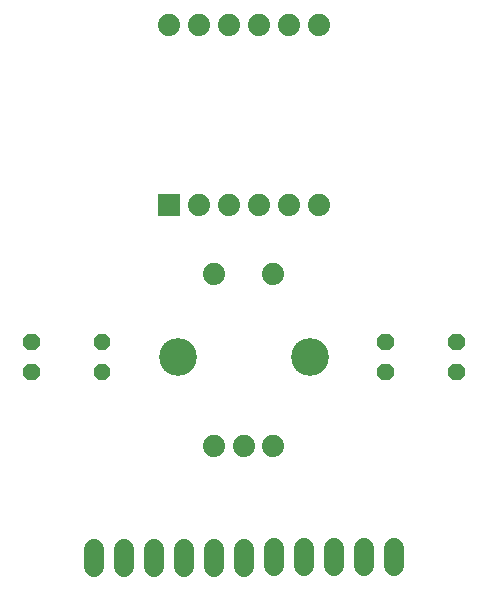
<source format=gts>
G04 Layer: TopSolderMaskLayer*
G04 EasyEDA v6.3.53, 2020-06-23T07:41:06+03:00*
G04 4e036cd5b3af43a69be22f5d7a7580e5,e8986612fe13436f8f5b72e5f572de6a,10*
G04 Gerber Generator version 0.2*
G04 Scale: 100 percent, Rotated: No, Reflected: No *
G04 Dimensions in inches *
G04 leading zeros omitted , absolute positions ,2 integer and 4 decimal *
%FSLAX24Y24*%
%MOIN*%
G90*
G70D02*

%ADD24C,0.068000*%
%ADD25C,0.074000*%
%ADD26C,0.126110*%

%LPD*%
G54D24*
G01X9842Y881D02*
G01X9842Y1481D01*
G01X8842Y881D02*
G01X8842Y1481D01*
G01X7842Y881D02*
G01X7842Y1481D01*
G01X6842Y881D02*
G01X6842Y1481D01*
G01X5842Y881D02*
G01X5842Y1481D01*
G01X4842Y881D02*
G01X4842Y1481D01*
G01X14845Y893D02*
G01X14845Y1493D01*
G01X13845Y893D02*
G01X13845Y1493D01*
G01X12845Y893D02*
G01X12845Y1493D01*
G01X11845Y893D02*
G01X11845Y1493D01*
G01X10845Y893D02*
G01X10845Y1493D01*
G54D25*
G01X8858Y4921D03*
G01X9842Y4921D03*
G01X10826Y4921D03*
G01X10826Y10629D03*
G01X8858Y10629D03*
G54D26*
G01X7637Y7873D03*
G01X12047Y7873D03*
G36*
G01X6973Y12575D02*
G01X6973Y13315D01*
G01X7712Y13315D01*
G01X7712Y12575D01*
G01X6973Y12575D01*
G37*
G54D25*
G01X8342Y12944D03*
G01X9342Y12944D03*
G01X10342Y12944D03*
G01X11342Y12944D03*
G01X12342Y12944D03*
G01X12342Y18944D03*
G01X11342Y18944D03*
G01X10342Y18944D03*
G01X9342Y18944D03*
G01X8342Y18944D03*
G01X7342Y18944D03*
G36*
G01X5002Y7094D02*
G01X4838Y7258D01*
G01X4838Y7490D01*
G01X5002Y7654D01*
G01X5234Y7654D01*
G01X5398Y7490D01*
G01X5398Y7258D01*
G01X5234Y7094D01*
G01X5002Y7094D01*
G37*
G36*
G01X5002Y8094D02*
G01X4838Y8258D01*
G01X4838Y8490D01*
G01X5002Y8654D01*
G01X5234Y8654D01*
G01X5398Y8490D01*
G01X5398Y8258D01*
G01X5234Y8094D01*
G01X5002Y8094D01*
G37*
G36*
G01X2640Y7094D02*
G01X2476Y7258D01*
G01X2476Y7490D01*
G01X2640Y7654D01*
G01X2872Y7654D01*
G01X3036Y7490D01*
G01X3036Y7258D01*
G01X2872Y7094D01*
G01X2640Y7094D01*
G37*
G36*
G01X2640Y8094D02*
G01X2476Y8258D01*
G01X2476Y8490D01*
G01X2640Y8654D01*
G01X2872Y8654D01*
G01X3036Y8490D01*
G01X3036Y8258D01*
G01X2872Y8094D01*
G01X2640Y8094D01*
G37*
G36*
G01X14451Y7094D02*
G01X14287Y7258D01*
G01X14287Y7490D01*
G01X14451Y7654D01*
G01X14683Y7654D01*
G01X14847Y7490D01*
G01X14847Y7258D01*
G01X14683Y7094D01*
G01X14451Y7094D01*
G37*
G36*
G01X14451Y8094D02*
G01X14287Y8258D01*
G01X14287Y8490D01*
G01X14451Y8654D01*
G01X14683Y8654D01*
G01X14847Y8490D01*
G01X14847Y8258D01*
G01X14683Y8094D01*
G01X14451Y8094D01*
G37*
G36*
G01X16813Y7094D02*
G01X16649Y7258D01*
G01X16649Y7490D01*
G01X16813Y7654D01*
G01X17045Y7654D01*
G01X17209Y7490D01*
G01X17209Y7258D01*
G01X17045Y7094D01*
G01X16813Y7094D01*
G37*
G36*
G01X16813Y8094D02*
G01X16649Y8258D01*
G01X16649Y8490D01*
G01X16813Y8654D01*
G01X17045Y8654D01*
G01X17209Y8490D01*
G01X17209Y8258D01*
G01X17045Y8094D01*
G01X16813Y8094D01*
G37*
M00*
M02*

</source>
